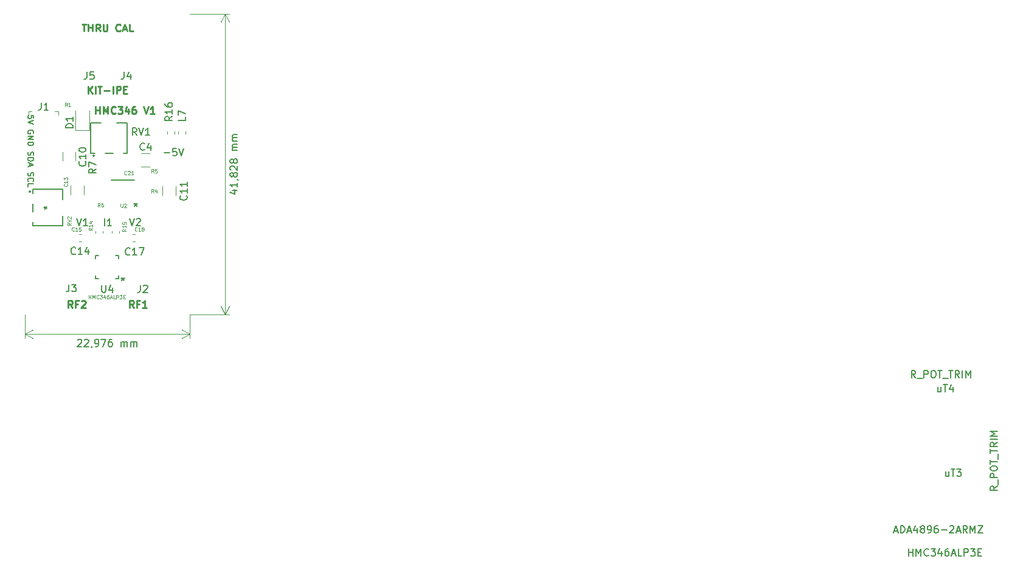
<source format=gbr>
%TF.GenerationSoftware,KiCad,Pcbnew,5.1.5-52549c5~84~ubuntu18.04.1*%
%TF.CreationDate,2020-02-07T12:32:54+01:00*%
%TF.ProjectId,HMC_RF_IPE,484d435f-5246-45f4-9950-452e6b696361,rev?*%
%TF.SameCoordinates,Original*%
%TF.FileFunction,Legend,Top*%
%TF.FilePolarity,Positive*%
%FSLAX46Y46*%
G04 Gerber Fmt 4.6, Leading zero omitted, Abs format (unit mm)*
G04 Created by KiCad (PCBNEW 5.1.5-52549c5~84~ubuntu18.04.1) date 2020-02-07 12:32:54*
%MOMM*%
%LPD*%
G04 APERTURE LIST*
%ADD10C,0.125000*%
%ADD11C,0.250000*%
%ADD12C,0.150000*%
%ADD13C,0.120000*%
%ADD14C,0.200000*%
%ADD15C,0.152400*%
%ADD16C,0.100000*%
G04 APERTURE END LIST*
D10*
X139819600Y-96509390D02*
X139819600Y-96009390D01*
X139819600Y-96247485D02*
X140105314Y-96247485D01*
X140105314Y-96509390D02*
X140105314Y-96009390D01*
X140343410Y-96509390D02*
X140343410Y-96009390D01*
X140510076Y-96366533D01*
X140676743Y-96009390D01*
X140676743Y-96509390D01*
X141200552Y-96461771D02*
X141176743Y-96485580D01*
X141105314Y-96509390D01*
X141057695Y-96509390D01*
X140986267Y-96485580D01*
X140938648Y-96437961D01*
X140914838Y-96390342D01*
X140891029Y-96295104D01*
X140891029Y-96223676D01*
X140914838Y-96128438D01*
X140938648Y-96080819D01*
X140986267Y-96033200D01*
X141057695Y-96009390D01*
X141105314Y-96009390D01*
X141176743Y-96033200D01*
X141200552Y-96057009D01*
X141367219Y-96009390D02*
X141676743Y-96009390D01*
X141510076Y-96199866D01*
X141581505Y-96199866D01*
X141629124Y-96223676D01*
X141652933Y-96247485D01*
X141676743Y-96295104D01*
X141676743Y-96414152D01*
X141652933Y-96461771D01*
X141629124Y-96485580D01*
X141581505Y-96509390D01*
X141438648Y-96509390D01*
X141391029Y-96485580D01*
X141367219Y-96461771D01*
X142105314Y-96176057D02*
X142105314Y-96509390D01*
X141986267Y-95985580D02*
X141867219Y-96342723D01*
X142176743Y-96342723D01*
X142581505Y-96009390D02*
X142486267Y-96009390D01*
X142438648Y-96033200D01*
X142414838Y-96057009D01*
X142367219Y-96128438D01*
X142343410Y-96223676D01*
X142343410Y-96414152D01*
X142367219Y-96461771D01*
X142391029Y-96485580D01*
X142438648Y-96509390D01*
X142533886Y-96509390D01*
X142581505Y-96485580D01*
X142605314Y-96461771D01*
X142629124Y-96414152D01*
X142629124Y-96295104D01*
X142605314Y-96247485D01*
X142581505Y-96223676D01*
X142533886Y-96199866D01*
X142438648Y-96199866D01*
X142391029Y-96223676D01*
X142367219Y-96247485D01*
X142343410Y-96295104D01*
X142819600Y-96366533D02*
X143057695Y-96366533D01*
X142771981Y-96509390D02*
X142938648Y-96009390D01*
X143105314Y-96509390D01*
X143510076Y-96509390D02*
X143271981Y-96509390D01*
X143271981Y-96009390D01*
X143676743Y-96509390D02*
X143676743Y-96009390D01*
X143867219Y-96009390D01*
X143914838Y-96033200D01*
X143938648Y-96057009D01*
X143962457Y-96104628D01*
X143962457Y-96176057D01*
X143938648Y-96223676D01*
X143914838Y-96247485D01*
X143867219Y-96271295D01*
X143676743Y-96271295D01*
X144129124Y-96009390D02*
X144438648Y-96009390D01*
X144271981Y-96199866D01*
X144343410Y-96199866D01*
X144391029Y-96223676D01*
X144414838Y-96247485D01*
X144438648Y-96295104D01*
X144438648Y-96414152D01*
X144414838Y-96461771D01*
X144391029Y-96485580D01*
X144343410Y-96509390D01*
X144200552Y-96509390D01*
X144152933Y-96485580D01*
X144129124Y-96461771D01*
X144652933Y-96247485D02*
X144819600Y-96247485D01*
X144891029Y-96509390D02*
X144652933Y-96509390D01*
X144652933Y-96009390D01*
X144891029Y-96009390D01*
D11*
X146068171Y-97755580D02*
X145734838Y-97279390D01*
X145496743Y-97755580D02*
X145496743Y-96755580D01*
X145877695Y-96755580D01*
X145972933Y-96803200D01*
X146020552Y-96850819D01*
X146068171Y-96946057D01*
X146068171Y-97088914D01*
X146020552Y-97184152D01*
X145972933Y-97231771D01*
X145877695Y-97279390D01*
X145496743Y-97279390D01*
X146830076Y-97231771D02*
X146496743Y-97231771D01*
X146496743Y-97755580D02*
X146496743Y-96755580D01*
X146972933Y-96755580D01*
X147877695Y-97755580D02*
X147306267Y-97755580D01*
X147591981Y-97755580D02*
X147591981Y-96755580D01*
X147496743Y-96898438D01*
X147401505Y-96993676D01*
X147306267Y-97041295D01*
X137558171Y-97775580D02*
X137224838Y-97299390D01*
X136986743Y-97775580D02*
X136986743Y-96775580D01*
X137367695Y-96775580D01*
X137462933Y-96823200D01*
X137510552Y-96870819D01*
X137558171Y-96966057D01*
X137558171Y-97108914D01*
X137510552Y-97204152D01*
X137462933Y-97251771D01*
X137367695Y-97299390D01*
X136986743Y-97299390D01*
X138320076Y-97251771D02*
X137986743Y-97251771D01*
X137986743Y-97775580D02*
X137986743Y-96775580D01*
X138462933Y-96775580D01*
X138796267Y-96870819D02*
X138843886Y-96823200D01*
X138939124Y-96775580D01*
X139177219Y-96775580D01*
X139272457Y-96823200D01*
X139320076Y-96870819D01*
X139367695Y-96966057D01*
X139367695Y-97061295D01*
X139320076Y-97204152D01*
X138748648Y-97775580D01*
X139367695Y-97775580D01*
D12*
X159839124Y-81443866D02*
X160505790Y-81443866D01*
X159458171Y-81681961D02*
X160172457Y-81920057D01*
X160172457Y-81301009D01*
X160505790Y-80396247D02*
X160505790Y-80967676D01*
X160505790Y-80681961D02*
X159505790Y-80681961D01*
X159648648Y-80777200D01*
X159743886Y-80872438D01*
X159791505Y-80967676D01*
X160458171Y-79920057D02*
X160505790Y-79920057D01*
X160601029Y-79967676D01*
X160648648Y-80015295D01*
X159934362Y-79348628D02*
X159886743Y-79443866D01*
X159839124Y-79491485D01*
X159743886Y-79539104D01*
X159696267Y-79539104D01*
X159601029Y-79491485D01*
X159553410Y-79443866D01*
X159505790Y-79348628D01*
X159505790Y-79158152D01*
X159553410Y-79062914D01*
X159601029Y-79015295D01*
X159696267Y-78967676D01*
X159743886Y-78967676D01*
X159839124Y-79015295D01*
X159886743Y-79062914D01*
X159934362Y-79158152D01*
X159934362Y-79348628D01*
X159981981Y-79443866D01*
X160029600Y-79491485D01*
X160124838Y-79539104D01*
X160315314Y-79539104D01*
X160410552Y-79491485D01*
X160458171Y-79443866D01*
X160505790Y-79348628D01*
X160505790Y-79158152D01*
X160458171Y-79062914D01*
X160410552Y-79015295D01*
X160315314Y-78967676D01*
X160124838Y-78967676D01*
X160029600Y-79015295D01*
X159981981Y-79062914D01*
X159934362Y-79158152D01*
X159601029Y-78586723D02*
X159553410Y-78539104D01*
X159505790Y-78443866D01*
X159505790Y-78205771D01*
X159553410Y-78110533D01*
X159601029Y-78062914D01*
X159696267Y-78015295D01*
X159791505Y-78015295D01*
X159934362Y-78062914D01*
X160505790Y-78634342D01*
X160505790Y-78015295D01*
X159934362Y-77443866D02*
X159886743Y-77539104D01*
X159839124Y-77586723D01*
X159743886Y-77634342D01*
X159696267Y-77634342D01*
X159601029Y-77586723D01*
X159553410Y-77539104D01*
X159505790Y-77443866D01*
X159505790Y-77253390D01*
X159553410Y-77158152D01*
X159601029Y-77110533D01*
X159696267Y-77062914D01*
X159743886Y-77062914D01*
X159839124Y-77110533D01*
X159886743Y-77158152D01*
X159934362Y-77253390D01*
X159934362Y-77443866D01*
X159981981Y-77539104D01*
X160029600Y-77586723D01*
X160124838Y-77634342D01*
X160315314Y-77634342D01*
X160410552Y-77586723D01*
X160458171Y-77539104D01*
X160505790Y-77443866D01*
X160505790Y-77253390D01*
X160458171Y-77158152D01*
X160410552Y-77110533D01*
X160315314Y-77062914D01*
X160124838Y-77062914D01*
X160029600Y-77110533D01*
X159981981Y-77158152D01*
X159934362Y-77253390D01*
X160505790Y-75872438D02*
X159839124Y-75872438D01*
X159934362Y-75872438D02*
X159886743Y-75824819D01*
X159839124Y-75729580D01*
X159839124Y-75586723D01*
X159886743Y-75491485D01*
X159981981Y-75443866D01*
X160505790Y-75443866D01*
X159981981Y-75443866D02*
X159886743Y-75396247D01*
X159839124Y-75301009D01*
X159839124Y-75158152D01*
X159886743Y-75062914D01*
X159981981Y-75015295D01*
X160505790Y-75015295D01*
X160505790Y-74539104D02*
X159839124Y-74539104D01*
X159934362Y-74539104D02*
X159886743Y-74491485D01*
X159839124Y-74396247D01*
X159839124Y-74253390D01*
X159886743Y-74158152D01*
X159981981Y-74110533D01*
X160505790Y-74110533D01*
X159981981Y-74110533D02*
X159886743Y-74062914D01*
X159839124Y-73967676D01*
X159839124Y-73824819D01*
X159886743Y-73729580D01*
X159981981Y-73681961D01*
X160505790Y-73681961D01*
D13*
X158783410Y-98691200D02*
X158783410Y-56863200D01*
X153891410Y-98691200D02*
X159369831Y-98691200D01*
X153891410Y-56863200D02*
X159369831Y-56863200D01*
X158783410Y-56863200D02*
X159369831Y-57989704D01*
X158783410Y-56863200D02*
X158196989Y-57989704D01*
X158783410Y-98691200D02*
X159369831Y-97564696D01*
X158783410Y-98691200D02*
X158196989Y-97564696D01*
D12*
X138262262Y-102268384D02*
X138309858Y-102220742D01*
X138405074Y-102173078D01*
X138643169Y-102172964D01*
X138738430Y-102220537D01*
X138786072Y-102268133D01*
X138833736Y-102363349D01*
X138833782Y-102458587D01*
X138786231Y-102601467D01*
X138215076Y-103173169D01*
X138834124Y-103172872D01*
X139214643Y-102267928D02*
X139262239Y-102220286D01*
X139357455Y-102172622D01*
X139595550Y-102172508D01*
X139690811Y-102220081D01*
X139738453Y-102267677D01*
X139786117Y-102362893D01*
X139786163Y-102458131D01*
X139738612Y-102601011D01*
X139167457Y-103172713D01*
X139786505Y-103172416D01*
X140262672Y-103124569D02*
X140262695Y-103172188D01*
X140215122Y-103267449D01*
X140167525Y-103315091D01*
X140738886Y-103171960D02*
X140929362Y-103171869D01*
X141024577Y-103124205D01*
X141072173Y-103076563D01*
X141167343Y-102933660D01*
X141214871Y-102743161D01*
X141214688Y-102362209D01*
X141167024Y-102266993D01*
X141119382Y-102219397D01*
X141024121Y-102171824D01*
X140833645Y-102171915D01*
X140738430Y-102219579D01*
X140690833Y-102267221D01*
X140643260Y-102362482D01*
X140643374Y-102600577D01*
X140691039Y-102695793D01*
X140738680Y-102743389D01*
X140833941Y-102790962D01*
X141024417Y-102790871D01*
X141119633Y-102743207D01*
X141167229Y-102695565D01*
X141214802Y-102600304D01*
X141547931Y-102171573D02*
X142214597Y-102171254D01*
X141786505Y-103171459D01*
X143024121Y-102170866D02*
X142833645Y-102170957D01*
X142738429Y-102218622D01*
X142690833Y-102266264D01*
X142595663Y-102409167D01*
X142548136Y-102599666D01*
X142548318Y-102980618D01*
X142595983Y-103075833D01*
X142643624Y-103123429D01*
X142738885Y-103171003D01*
X142929362Y-103170912D01*
X143024577Y-103123247D01*
X143072173Y-103075605D01*
X143119747Y-102980344D01*
X143119633Y-102742249D01*
X143071968Y-102647034D01*
X143024326Y-102599438D01*
X142929065Y-102551864D01*
X142738589Y-102551955D01*
X142643374Y-102599620D01*
X142595777Y-102647262D01*
X142548204Y-102742523D01*
X144310314Y-103170250D02*
X144309995Y-102503584D01*
X144310040Y-102598822D02*
X144357636Y-102551180D01*
X144452852Y-102503515D01*
X144595709Y-102503447D01*
X144690970Y-102551021D01*
X144738634Y-102646236D01*
X144738885Y-103170045D01*
X144738634Y-102646236D02*
X144786208Y-102550975D01*
X144881423Y-102503310D01*
X145024280Y-102503242D01*
X145119541Y-102550815D01*
X145167206Y-102646031D01*
X145167457Y-103169840D01*
X145643647Y-103169612D02*
X145643328Y-102502946D01*
X145643373Y-102598184D02*
X145690970Y-102550542D01*
X145786185Y-102502877D01*
X145929042Y-102502809D01*
X146024303Y-102550382D01*
X146071968Y-102645597D01*
X146072218Y-103169407D01*
X146071968Y-102645597D02*
X146119541Y-102550337D01*
X146214756Y-102502672D01*
X146357613Y-102502604D01*
X146452874Y-102550177D01*
X146500539Y-102645392D01*
X146500790Y-103169202D01*
D13*
X130916728Y-101454282D02*
X153892728Y-101443282D01*
X130915410Y-98702200D02*
X130917008Y-102040702D01*
X153891410Y-98691200D02*
X153893008Y-102029702D01*
X153892728Y-101443282D02*
X152766505Y-102030242D01*
X153892728Y-101443282D02*
X152765944Y-100857401D01*
X130916728Y-101454282D02*
X132043512Y-102040163D01*
X130916728Y-101454282D02*
X132042951Y-100867322D01*
D14*
X132151505Y-71404152D02*
X132151505Y-71023200D01*
X131770552Y-70985104D01*
X131808648Y-71023200D01*
X131846743Y-71099390D01*
X131846743Y-71289866D01*
X131808648Y-71366057D01*
X131770552Y-71404152D01*
X131694362Y-71442247D01*
X131503886Y-71442247D01*
X131427695Y-71404152D01*
X131389600Y-71366057D01*
X131351505Y-71289866D01*
X131351505Y-71099390D01*
X131389600Y-71023200D01*
X131427695Y-70985104D01*
X132151505Y-71670819D02*
X131351505Y-71937485D01*
X132151505Y-72204152D01*
X132113410Y-73499390D02*
X132151505Y-73423200D01*
X132151505Y-73308914D01*
X132113410Y-73194628D01*
X132037219Y-73118438D01*
X131961029Y-73080342D01*
X131808648Y-73042247D01*
X131694362Y-73042247D01*
X131541981Y-73080342D01*
X131465790Y-73118438D01*
X131389600Y-73194628D01*
X131351505Y-73308914D01*
X131351505Y-73385104D01*
X131389600Y-73499390D01*
X131427695Y-73537485D01*
X131694362Y-73537485D01*
X131694362Y-73385104D01*
X131351505Y-73880342D02*
X132151505Y-73880342D01*
X131351505Y-74337485D01*
X132151505Y-74337485D01*
X131351505Y-74718438D02*
X132151505Y-74718438D01*
X132151505Y-74908914D01*
X132113410Y-75023200D01*
X132037219Y-75099390D01*
X131961029Y-75137485D01*
X131808648Y-75175580D01*
X131694362Y-75175580D01*
X131541981Y-75137485D01*
X131465790Y-75099390D01*
X131389600Y-75023200D01*
X131351505Y-74908914D01*
X131351505Y-74718438D01*
X131389600Y-76089866D02*
X131351505Y-76204152D01*
X131351505Y-76394628D01*
X131389600Y-76470819D01*
X131427695Y-76508914D01*
X131503886Y-76547009D01*
X131580076Y-76547009D01*
X131656267Y-76508914D01*
X131694362Y-76470819D01*
X131732457Y-76394628D01*
X131770552Y-76242247D01*
X131808648Y-76166057D01*
X131846743Y-76127961D01*
X131922933Y-76089866D01*
X131999124Y-76089866D01*
X132075314Y-76127961D01*
X132113410Y-76166057D01*
X132151505Y-76242247D01*
X132151505Y-76432723D01*
X132113410Y-76547009D01*
X131351505Y-76889866D02*
X132151505Y-76889866D01*
X132151505Y-77080342D01*
X132113410Y-77194628D01*
X132037219Y-77270819D01*
X131961029Y-77308914D01*
X131808648Y-77347009D01*
X131694362Y-77347009D01*
X131541981Y-77308914D01*
X131465790Y-77270819D01*
X131389600Y-77194628D01*
X131351505Y-77080342D01*
X131351505Y-76889866D01*
X131580076Y-77651771D02*
X131580076Y-78032723D01*
X131351505Y-77575580D02*
X132151505Y-77842247D01*
X131351505Y-78108914D01*
X131389600Y-78947009D02*
X131351505Y-79061295D01*
X131351505Y-79251771D01*
X131389600Y-79327961D01*
X131427695Y-79366057D01*
X131503886Y-79404152D01*
X131580076Y-79404152D01*
X131656267Y-79366057D01*
X131694362Y-79327961D01*
X131732457Y-79251771D01*
X131770552Y-79099390D01*
X131808648Y-79023200D01*
X131846743Y-78985104D01*
X131922933Y-78947009D01*
X131999124Y-78947009D01*
X132075314Y-78985104D01*
X132113410Y-79023200D01*
X132151505Y-79099390D01*
X132151505Y-79289866D01*
X132113410Y-79404152D01*
X131427695Y-80204152D02*
X131389600Y-80166057D01*
X131351505Y-80051771D01*
X131351505Y-79975580D01*
X131389600Y-79861295D01*
X131465790Y-79785104D01*
X131541981Y-79747009D01*
X131694362Y-79708914D01*
X131808648Y-79708914D01*
X131961029Y-79747009D01*
X132037219Y-79785104D01*
X132113410Y-79861295D01*
X132151505Y-79975580D01*
X132151505Y-80051771D01*
X132113410Y-80166057D01*
X132075314Y-80204152D01*
X131351505Y-80927961D02*
X131351505Y-80547009D01*
X132151505Y-80547009D01*
D11*
X138875790Y-58295580D02*
X139447219Y-58295580D01*
X139161505Y-59295580D02*
X139161505Y-58295580D01*
X139780552Y-59295580D02*
X139780552Y-58295580D01*
X139780552Y-58771771D02*
X140351981Y-58771771D01*
X140351981Y-59295580D02*
X140351981Y-58295580D01*
X141399600Y-59295580D02*
X141066267Y-58819390D01*
X140828171Y-59295580D02*
X140828171Y-58295580D01*
X141209124Y-58295580D01*
X141304362Y-58343200D01*
X141351981Y-58390819D01*
X141399600Y-58486057D01*
X141399600Y-58628914D01*
X141351981Y-58724152D01*
X141304362Y-58771771D01*
X141209124Y-58819390D01*
X140828171Y-58819390D01*
X141828171Y-58295580D02*
X141828171Y-59105104D01*
X141875790Y-59200342D01*
X141923410Y-59247961D01*
X142018648Y-59295580D01*
X142209124Y-59295580D01*
X142304362Y-59247961D01*
X142351981Y-59200342D01*
X142399600Y-59105104D01*
X142399600Y-58295580D01*
X144209124Y-59200342D02*
X144161505Y-59247961D01*
X144018648Y-59295580D01*
X143923410Y-59295580D01*
X143780552Y-59247961D01*
X143685314Y-59152723D01*
X143637695Y-59057485D01*
X143590076Y-58867009D01*
X143590076Y-58724152D01*
X143637695Y-58533676D01*
X143685314Y-58438438D01*
X143780552Y-58343200D01*
X143923410Y-58295580D01*
X144018648Y-58295580D01*
X144161505Y-58343200D01*
X144209124Y-58390819D01*
X144590076Y-59009866D02*
X145066267Y-59009866D01*
X144494838Y-59295580D02*
X144828171Y-58295580D01*
X145161505Y-59295580D01*
X145971029Y-59295580D02*
X145494838Y-59295580D01*
X145494838Y-58295580D01*
X139732933Y-67945580D02*
X139732933Y-66945580D01*
X140304362Y-67945580D02*
X139875790Y-67374152D01*
X140304362Y-66945580D02*
X139732933Y-67517009D01*
X140732933Y-67945580D02*
X140732933Y-66945580D01*
X141066267Y-66945580D02*
X141637695Y-66945580D01*
X141351981Y-67945580D02*
X141351981Y-66945580D01*
X141971029Y-67564628D02*
X142732933Y-67564628D01*
X143209124Y-67945580D02*
X143209124Y-66945580D01*
X143685314Y-67945580D02*
X143685314Y-66945580D01*
X144066267Y-66945580D01*
X144161505Y-66993200D01*
X144209124Y-67040819D01*
X144256743Y-67136057D01*
X144256743Y-67278914D01*
X144209124Y-67374152D01*
X144161505Y-67421771D01*
X144066267Y-67469390D01*
X143685314Y-67469390D01*
X144685314Y-67421771D02*
X145018648Y-67421771D01*
X145161505Y-67945580D02*
X144685314Y-67945580D01*
X144685314Y-66945580D01*
X145161505Y-66945580D01*
X140776981Y-70775580D02*
X140776981Y-69775580D01*
X140776981Y-70251771D02*
X141348410Y-70251771D01*
X141348410Y-70775580D02*
X141348410Y-69775580D01*
X141824600Y-70775580D02*
X141824600Y-69775580D01*
X142157933Y-70489866D01*
X142491267Y-69775580D01*
X142491267Y-70775580D01*
X143538886Y-70680342D02*
X143491267Y-70727961D01*
X143348410Y-70775580D01*
X143253171Y-70775580D01*
X143110314Y-70727961D01*
X143015076Y-70632723D01*
X142967457Y-70537485D01*
X142919838Y-70347009D01*
X142919838Y-70204152D01*
X142967457Y-70013676D01*
X143015076Y-69918438D01*
X143110314Y-69823200D01*
X143253171Y-69775580D01*
X143348410Y-69775580D01*
X143491267Y-69823200D01*
X143538886Y-69870819D01*
X143872219Y-69775580D02*
X144491267Y-69775580D01*
X144157933Y-70156533D01*
X144300790Y-70156533D01*
X144396029Y-70204152D01*
X144443648Y-70251771D01*
X144491267Y-70347009D01*
X144491267Y-70585104D01*
X144443648Y-70680342D01*
X144396029Y-70727961D01*
X144300790Y-70775580D01*
X144015076Y-70775580D01*
X143919838Y-70727961D01*
X143872219Y-70680342D01*
X145348410Y-70108914D02*
X145348410Y-70775580D01*
X145110314Y-69727961D02*
X144872219Y-70442247D01*
X145491267Y-70442247D01*
X146300790Y-69775580D02*
X146110314Y-69775580D01*
X146015076Y-69823200D01*
X145967457Y-69870819D01*
X145872219Y-70013676D01*
X145824600Y-70204152D01*
X145824600Y-70585104D01*
X145872219Y-70680342D01*
X145919838Y-70727961D01*
X146015076Y-70775580D01*
X146205552Y-70775580D01*
X146300790Y-70727961D01*
X146348410Y-70680342D01*
X146396029Y-70585104D01*
X146396029Y-70347009D01*
X146348410Y-70251771D01*
X146300790Y-70204152D01*
X146205552Y-70156533D01*
X146015076Y-70156533D01*
X145919838Y-70204152D01*
X145872219Y-70251771D01*
X145824600Y-70347009D01*
X147443648Y-69775580D02*
X147776981Y-70775580D01*
X148110314Y-69775580D01*
X148967457Y-70775580D02*
X148396029Y-70775580D01*
X148681743Y-70775580D02*
X148681743Y-69775580D01*
X148586505Y-69918438D01*
X148491267Y-70013676D01*
X148396029Y-70061295D01*
D13*
%TO.C,R14*%
X140783410Y-87070421D02*
X140783410Y-87395979D01*
X141803410Y-87070421D02*
X141803410Y-87395979D01*
%TO.C,R15*%
X143013410Y-87080421D02*
X143013410Y-87405979D01*
X144033410Y-87080421D02*
X144033410Y-87405979D01*
D15*
%TO.C,U4*%
X143590151Y-93750200D02*
X144014410Y-93750200D01*
X140760410Y-93325941D02*
X140760410Y-93750200D01*
X141184669Y-90496200D02*
X140760410Y-90496200D01*
X144014410Y-90920459D02*
X144014410Y-90496200D01*
X144014410Y-93750200D02*
X144014410Y-93325941D01*
X140760410Y-93750200D02*
X141184669Y-93750200D01*
X140760410Y-90496200D02*
X140760410Y-90920459D01*
X144014410Y-90496200D02*
X143590151Y-90496200D01*
%TO.C,RV1*%
X140608410Y-76631200D02*
G75*
G03X140608410Y-76631200I-127000J0D01*
G01*
X144637850Y-76256700D02*
X145181410Y-76256700D01*
X141521270Y-72065700D02*
X140101410Y-72065700D01*
X142097850Y-76256700D02*
X143184970Y-76256700D01*
X140101410Y-76256700D02*
X140644970Y-76256700D01*
X145181410Y-72065700D02*
X143761550Y-72065700D01*
X145181410Y-72065700D02*
X145181410Y-76256700D01*
X140101410Y-72065700D02*
X140101410Y-76256700D01*
%TO.C,RV2*%
X131745410Y-81601200D02*
G75*
G03X131745410Y-81601200I-127000J0D01*
G01*
X132002910Y-85844640D02*
X132002910Y-86388200D01*
X136193910Y-82728060D02*
X136193910Y-81308200D01*
X132002910Y-83304640D02*
X132002910Y-84391760D01*
X132002910Y-81308200D02*
X132002910Y-81851760D01*
X136193910Y-86388200D02*
X136193910Y-84968340D01*
X136193910Y-86388200D02*
X132002910Y-86388200D01*
X136193910Y-81308200D02*
X132002910Y-81308200D01*
D13*
%TO.C,R16*%
X151733410Y-73585979D02*
X151733410Y-73260421D01*
X150713410Y-73585979D02*
X150713410Y-73260421D01*
D15*
%TO.C,U2*%
X146193610Y-79993000D02*
X142993210Y-79993000D01*
D13*
%TO.C,C10*%
X136143410Y-76099136D02*
X136143410Y-77303264D01*
X137963410Y-76099136D02*
X137963410Y-77303264D01*
%TO.C,L7*%
X152283410Y-73260421D02*
X152283410Y-73585979D01*
X153303410Y-73260421D02*
X153303410Y-73585979D01*
%TO.C,C18*%
X145940631Y-88553200D02*
X146266189Y-88553200D01*
X145940631Y-87533200D02*
X146266189Y-87533200D01*
%TO.C,C15*%
X138788689Y-87523200D02*
X138463131Y-87523200D01*
X138788689Y-88543200D02*
X138463131Y-88543200D01*
D16*
%TO.C,J1*%
X135623410Y-70423200D02*
X135123410Y-70423200D01*
X135623410Y-70423200D02*
X135623410Y-70923200D01*
X131403410Y-70433200D02*
X131903410Y-70433200D01*
X131403410Y-70433200D02*
X131403410Y-70933200D01*
D13*
%TO.C,D1*%
X139883410Y-73033200D02*
X139883410Y-70348200D01*
X137963410Y-73033200D02*
X139883410Y-73033200D01*
X137963410Y-70348200D02*
X137963410Y-73033200D01*
%TO.C,C13*%
X139133410Y-82005264D02*
X139133410Y-80801136D01*
X137313410Y-82005264D02*
X137313410Y-80801136D01*
%TO.C,C11*%
X151893410Y-82085264D02*
X151893410Y-80881136D01*
X150073410Y-82085264D02*
X150073410Y-80881136D01*
%TO.C,C4*%
X148323474Y-76288200D02*
X147119346Y-76288200D01*
X148323474Y-78108200D02*
X147119346Y-78108200D01*
%TO.C,*%
D12*
%TO.C,R14*%
D10*
X140309600Y-86694628D02*
X140071505Y-86861295D01*
X140309600Y-86980342D02*
X139809600Y-86980342D01*
X139809600Y-86789866D01*
X139833410Y-86742247D01*
X139857219Y-86718438D01*
X139904838Y-86694628D01*
X139976267Y-86694628D01*
X140023886Y-86718438D01*
X140047695Y-86742247D01*
X140071505Y-86789866D01*
X140071505Y-86980342D01*
X140309600Y-86218438D02*
X140309600Y-86504152D01*
X140309600Y-86361295D02*
X139809600Y-86361295D01*
X139881029Y-86408914D01*
X139928648Y-86456533D01*
X139952457Y-86504152D01*
X139976267Y-85789866D02*
X140309600Y-85789866D01*
X139785790Y-85908914D02*
X140142933Y-86027961D01*
X140142933Y-85718438D01*
%TO.C,R15*%
X145019600Y-86804628D02*
X144781505Y-86971295D01*
X145019600Y-87090342D02*
X144519600Y-87090342D01*
X144519600Y-86899866D01*
X144543410Y-86852247D01*
X144567219Y-86828438D01*
X144614838Y-86804628D01*
X144686267Y-86804628D01*
X144733886Y-86828438D01*
X144757695Y-86852247D01*
X144781505Y-86899866D01*
X144781505Y-87090342D01*
X145019600Y-86328438D02*
X145019600Y-86614152D01*
X145019600Y-86471295D02*
X144519600Y-86471295D01*
X144591029Y-86518914D01*
X144638648Y-86566533D01*
X144662457Y-86614152D01*
X144519600Y-85876057D02*
X144519600Y-86114152D01*
X144757695Y-86137961D01*
X144733886Y-86114152D01*
X144710076Y-86066533D01*
X144710076Y-85947485D01*
X144733886Y-85899866D01*
X144757695Y-85876057D01*
X144805314Y-85852247D01*
X144924362Y-85852247D01*
X144971981Y-85876057D01*
X144995790Y-85899866D01*
X145019600Y-85947485D01*
X145019600Y-86066533D01*
X144995790Y-86114152D01*
X144971981Y-86137961D01*
%TO.C,U4*%
D12*
X141625505Y-94623580D02*
X141625505Y-95433104D01*
X141673124Y-95528342D01*
X141720743Y-95575961D01*
X141815981Y-95623580D01*
X142006457Y-95623580D01*
X142101695Y-95575961D01*
X142149314Y-95528342D01*
X142196933Y-95433104D01*
X142196933Y-94623580D01*
X143101695Y-94956914D02*
X143101695Y-95623580D01*
X142863600Y-94575961D02*
X142625505Y-95290247D01*
X143244552Y-95290247D01*
X253955790Y-132305580D02*
X253955790Y-131305580D01*
X253955790Y-131781771D02*
X254527219Y-131781771D01*
X254527219Y-132305580D02*
X254527219Y-131305580D01*
X255003410Y-132305580D02*
X255003410Y-131305580D01*
X255336743Y-132019866D01*
X255670076Y-131305580D01*
X255670076Y-132305580D01*
X256717695Y-132210342D02*
X256670076Y-132257961D01*
X256527219Y-132305580D01*
X256431981Y-132305580D01*
X256289124Y-132257961D01*
X256193886Y-132162723D01*
X256146267Y-132067485D01*
X256098648Y-131877009D01*
X256098648Y-131734152D01*
X256146267Y-131543676D01*
X256193886Y-131448438D01*
X256289124Y-131353200D01*
X256431981Y-131305580D01*
X256527219Y-131305580D01*
X256670076Y-131353200D01*
X256717695Y-131400819D01*
X257051029Y-131305580D02*
X257670076Y-131305580D01*
X257336743Y-131686533D01*
X257479600Y-131686533D01*
X257574838Y-131734152D01*
X257622457Y-131781771D01*
X257670076Y-131877009D01*
X257670076Y-132115104D01*
X257622457Y-132210342D01*
X257574838Y-132257961D01*
X257479600Y-132305580D01*
X257193886Y-132305580D01*
X257098648Y-132257961D01*
X257051029Y-132210342D01*
X258527219Y-131638914D02*
X258527219Y-132305580D01*
X258289124Y-131257961D02*
X258051029Y-131972247D01*
X258670076Y-131972247D01*
X259479600Y-131305580D02*
X259289124Y-131305580D01*
X259193886Y-131353200D01*
X259146267Y-131400819D01*
X259051029Y-131543676D01*
X259003410Y-131734152D01*
X259003410Y-132115104D01*
X259051029Y-132210342D01*
X259098648Y-132257961D01*
X259193886Y-132305580D01*
X259384362Y-132305580D01*
X259479600Y-132257961D01*
X259527219Y-132210342D01*
X259574838Y-132115104D01*
X259574838Y-131877009D01*
X259527219Y-131781771D01*
X259479600Y-131734152D01*
X259384362Y-131686533D01*
X259193886Y-131686533D01*
X259098648Y-131734152D01*
X259051029Y-131781771D01*
X259003410Y-131877009D01*
X259955790Y-132019866D02*
X260431981Y-132019866D01*
X259860552Y-132305580D02*
X260193886Y-131305580D01*
X260527219Y-132305580D01*
X261336743Y-132305580D02*
X260860552Y-132305580D01*
X260860552Y-131305580D01*
X261670076Y-132305580D02*
X261670076Y-131305580D01*
X262051029Y-131305580D01*
X262146267Y-131353200D01*
X262193886Y-131400819D01*
X262241505Y-131496057D01*
X262241505Y-131638914D01*
X262193886Y-131734152D01*
X262146267Y-131781771D01*
X262051029Y-131829390D01*
X261670076Y-131829390D01*
X262574838Y-131305580D02*
X263193886Y-131305580D01*
X262860552Y-131686533D01*
X263003410Y-131686533D01*
X263098648Y-131734152D01*
X263146267Y-131781771D01*
X263193886Y-131877009D01*
X263193886Y-132115104D01*
X263146267Y-132210342D01*
X263098648Y-132257961D01*
X263003410Y-132305580D01*
X262717695Y-132305580D01*
X262622457Y-132257961D01*
X262574838Y-132210342D01*
X263622457Y-131781771D02*
X263955790Y-131781771D01*
X264098648Y-132305580D02*
X263622457Y-132305580D01*
X263622457Y-131305580D01*
X264098648Y-131305580D01*
X144573410Y-93525580D02*
X144573410Y-93763676D01*
X144335314Y-93668438D02*
X144573410Y-93763676D01*
X144811505Y-93668438D01*
X144430552Y-93954152D02*
X144573410Y-93763676D01*
X144716267Y-93954152D01*
X144573410Y-93525580D02*
X144573410Y-93763676D01*
X144335314Y-93668438D02*
X144573410Y-93763676D01*
X144811505Y-93668438D01*
X144430552Y-93954152D02*
X144573410Y-93763676D01*
X144716267Y-93954152D01*
%TO.C,RV1*%
D14*
X146488171Y-73755580D02*
X146154838Y-73279390D01*
X145916743Y-73755580D02*
X145916743Y-72755580D01*
X146297695Y-72755580D01*
X146392933Y-72803200D01*
X146440552Y-72850819D01*
X146488171Y-72946057D01*
X146488171Y-73088914D01*
X146440552Y-73184152D01*
X146392933Y-73231771D01*
X146297695Y-73279390D01*
X145916743Y-73279390D01*
X146773886Y-72755580D02*
X147107219Y-73755580D01*
X147440552Y-72755580D01*
X148297695Y-73755580D02*
X147726267Y-73755580D01*
X148011981Y-73755580D02*
X148011981Y-72755580D01*
X147916743Y-72898438D01*
X147821505Y-72993676D01*
X147726267Y-73041295D01*
D12*
X254915790Y-107495580D02*
X254582457Y-107019390D01*
X254344362Y-107495580D02*
X254344362Y-106495580D01*
X254725314Y-106495580D01*
X254820552Y-106543200D01*
X254868171Y-106590819D01*
X254915790Y-106686057D01*
X254915790Y-106828914D01*
X254868171Y-106924152D01*
X254820552Y-106971771D01*
X254725314Y-107019390D01*
X254344362Y-107019390D01*
X255106267Y-107590819D02*
X255868171Y-107590819D01*
X256106267Y-107495580D02*
X256106267Y-106495580D01*
X256487219Y-106495580D01*
X256582457Y-106543200D01*
X256630076Y-106590819D01*
X256677695Y-106686057D01*
X256677695Y-106828914D01*
X256630076Y-106924152D01*
X256582457Y-106971771D01*
X256487219Y-107019390D01*
X256106267Y-107019390D01*
X257296743Y-106495580D02*
X257487219Y-106495580D01*
X257582457Y-106543200D01*
X257677695Y-106638438D01*
X257725314Y-106828914D01*
X257725314Y-107162247D01*
X257677695Y-107352723D01*
X257582457Y-107447961D01*
X257487219Y-107495580D01*
X257296743Y-107495580D01*
X257201505Y-107447961D01*
X257106267Y-107352723D01*
X257058648Y-107162247D01*
X257058648Y-106828914D01*
X257106267Y-106638438D01*
X257201505Y-106543200D01*
X257296743Y-106495580D01*
X258011029Y-106495580D02*
X258582457Y-106495580D01*
X258296743Y-107495580D02*
X258296743Y-106495580D01*
X258677695Y-107590819D02*
X259439600Y-107590819D01*
X259534838Y-106495580D02*
X260106267Y-106495580D01*
X259820552Y-107495580D02*
X259820552Y-106495580D01*
X261011029Y-107495580D02*
X260677695Y-107019390D01*
X260439600Y-107495580D02*
X260439600Y-106495580D01*
X260820552Y-106495580D01*
X260915790Y-106543200D01*
X260963410Y-106590819D01*
X261011029Y-106686057D01*
X261011029Y-106828914D01*
X260963410Y-106924152D01*
X260915790Y-106971771D01*
X260820552Y-107019390D01*
X260439600Y-107019390D01*
X261439600Y-107495580D02*
X261439600Y-106495580D01*
X261915790Y-107495580D02*
X261915790Y-106495580D01*
X262249124Y-107209866D01*
X262582457Y-106495580D01*
X262582457Y-107495580D01*
%TO.C,RV2*%
D10*
X137349600Y-85980819D02*
X137111505Y-86147485D01*
X137349600Y-86266533D02*
X136849600Y-86266533D01*
X136849600Y-86076057D01*
X136873410Y-86028438D01*
X136897219Y-86004628D01*
X136944838Y-85980819D01*
X137016267Y-85980819D01*
X137063886Y-86004628D01*
X137087695Y-86028438D01*
X137111505Y-86076057D01*
X137111505Y-86266533D01*
X136849600Y-85837961D02*
X137349600Y-85671295D01*
X136849600Y-85504628D01*
X136897219Y-85361771D02*
X136873410Y-85337961D01*
X136849600Y-85290342D01*
X136849600Y-85171295D01*
X136873410Y-85123676D01*
X136897219Y-85099866D01*
X136944838Y-85076057D01*
X136992457Y-85076057D01*
X137063886Y-85099866D01*
X137349600Y-85385580D01*
X137349600Y-85076057D01*
D12*
X266305790Y-122610819D02*
X265829600Y-122944152D01*
X266305790Y-123182247D02*
X265305790Y-123182247D01*
X265305790Y-122801295D01*
X265353410Y-122706057D01*
X265401029Y-122658438D01*
X265496267Y-122610819D01*
X265639124Y-122610819D01*
X265734362Y-122658438D01*
X265781981Y-122706057D01*
X265829600Y-122801295D01*
X265829600Y-123182247D01*
X266401029Y-122420342D02*
X266401029Y-121658438D01*
X266305790Y-121420342D02*
X265305790Y-121420342D01*
X265305790Y-121039390D01*
X265353410Y-120944152D01*
X265401029Y-120896533D01*
X265496267Y-120848914D01*
X265639124Y-120848914D01*
X265734362Y-120896533D01*
X265781981Y-120944152D01*
X265829600Y-121039390D01*
X265829600Y-121420342D01*
X265305790Y-120229866D02*
X265305790Y-120039390D01*
X265353410Y-119944152D01*
X265448648Y-119848914D01*
X265639124Y-119801295D01*
X265972457Y-119801295D01*
X266162933Y-119848914D01*
X266258171Y-119944152D01*
X266305790Y-120039390D01*
X266305790Y-120229866D01*
X266258171Y-120325104D01*
X266162933Y-120420342D01*
X265972457Y-120467961D01*
X265639124Y-120467961D01*
X265448648Y-120420342D01*
X265353410Y-120325104D01*
X265305790Y-120229866D01*
X265305790Y-119515580D02*
X265305790Y-118944152D01*
X266305790Y-119229866D02*
X265305790Y-119229866D01*
X266401029Y-118848914D02*
X266401029Y-118087009D01*
X265305790Y-117991771D02*
X265305790Y-117420342D01*
X266305790Y-117706057D02*
X265305790Y-117706057D01*
X266305790Y-116515580D02*
X265829600Y-116848914D01*
X266305790Y-117087009D02*
X265305790Y-117087009D01*
X265305790Y-116706057D01*
X265353410Y-116610819D01*
X265401029Y-116563200D01*
X265496267Y-116515580D01*
X265639124Y-116515580D01*
X265734362Y-116563200D01*
X265781981Y-116610819D01*
X265829600Y-116706057D01*
X265829600Y-117087009D01*
X266305790Y-116087009D02*
X265305790Y-116087009D01*
X266305790Y-115610819D02*
X265305790Y-115610819D01*
X266020076Y-115277485D01*
X265305790Y-114944152D01*
X266305790Y-114944152D01*
X133550790Y-83848200D02*
X133788886Y-83848200D01*
X133693648Y-84086295D02*
X133788886Y-83848200D01*
X133693648Y-83610104D01*
X133979362Y-83991057D02*
X133788886Y-83848200D01*
X133979362Y-83705342D01*
%TO.C,uT4*%
X258430552Y-108808914D02*
X258430552Y-109475580D01*
X258001981Y-108808914D02*
X258001981Y-109332723D01*
X258049600Y-109427961D01*
X258144838Y-109475580D01*
X258287695Y-109475580D01*
X258382933Y-109427961D01*
X258430552Y-109380342D01*
X258763886Y-108475580D02*
X259335314Y-108475580D01*
X259049600Y-109475580D02*
X259049600Y-108475580D01*
X260097219Y-108808914D02*
X260097219Y-109475580D01*
X259859124Y-108427961D02*
X259621029Y-109142247D01*
X260240076Y-109142247D01*
%TO.C,uT3*%
X259510552Y-120568914D02*
X259510552Y-121235580D01*
X259081981Y-120568914D02*
X259081981Y-121092723D01*
X259129600Y-121187961D01*
X259224838Y-121235580D01*
X259367695Y-121235580D01*
X259462933Y-121187961D01*
X259510552Y-121140342D01*
X259843886Y-120235580D02*
X260415314Y-120235580D01*
X260129600Y-121235580D02*
X260129600Y-120235580D01*
X260653410Y-120235580D02*
X261272457Y-120235580D01*
X260939124Y-120616533D01*
X261081981Y-120616533D01*
X261177219Y-120664152D01*
X261224838Y-120711771D01*
X261272457Y-120807009D01*
X261272457Y-121045104D01*
X261224838Y-121140342D01*
X261177219Y-121187961D01*
X261081981Y-121235580D01*
X260796267Y-121235580D01*
X260701029Y-121187961D01*
X260653410Y-121140342D01*
%TO.C,R16*%
X151450790Y-71141057D02*
X150974600Y-71474390D01*
X151450790Y-71712485D02*
X150450790Y-71712485D01*
X150450790Y-71331533D01*
X150498410Y-71236295D01*
X150546029Y-71188676D01*
X150641267Y-71141057D01*
X150784124Y-71141057D01*
X150879362Y-71188676D01*
X150926981Y-71236295D01*
X150974600Y-71331533D01*
X150974600Y-71712485D01*
X151450790Y-70188676D02*
X151450790Y-70760104D01*
X151450790Y-70474390D02*
X150450790Y-70474390D01*
X150593648Y-70569628D01*
X150688886Y-70664866D01*
X150736505Y-70760104D01*
X150450790Y-69331533D02*
X150450790Y-69522009D01*
X150498410Y-69617247D01*
X150546029Y-69664866D01*
X150688886Y-69760104D01*
X150879362Y-69807723D01*
X151260314Y-69807723D01*
X151355552Y-69760104D01*
X151403171Y-69712485D01*
X151450790Y-69617247D01*
X151450790Y-69426771D01*
X151403171Y-69331533D01*
X151355552Y-69283914D01*
X151260314Y-69236295D01*
X151022219Y-69236295D01*
X150926981Y-69283914D01*
X150879362Y-69331533D01*
X150831743Y-69426771D01*
X150831743Y-69617247D01*
X150879362Y-69712485D01*
X150926981Y-69760104D01*
X151022219Y-69807723D01*
%TO.C,U2*%
D10*
X144267457Y-83274390D02*
X144267457Y-83679152D01*
X144291267Y-83726771D01*
X144315076Y-83750580D01*
X144362695Y-83774390D01*
X144457933Y-83774390D01*
X144505552Y-83750580D01*
X144529362Y-83726771D01*
X144553171Y-83679152D01*
X144553171Y-83274390D01*
X144767457Y-83322009D02*
X144791267Y-83298200D01*
X144838886Y-83274390D01*
X144957933Y-83274390D01*
X145005552Y-83298200D01*
X145029362Y-83322009D01*
X145053171Y-83369628D01*
X145053171Y-83417247D01*
X145029362Y-83488676D01*
X144743648Y-83774390D01*
X145053171Y-83774390D01*
D12*
X251930552Y-128809866D02*
X252406743Y-128809866D01*
X251835314Y-129095580D02*
X252168648Y-128095580D01*
X252501981Y-129095580D01*
X252835314Y-129095580D02*
X252835314Y-128095580D01*
X253073410Y-128095580D01*
X253216267Y-128143200D01*
X253311505Y-128238438D01*
X253359124Y-128333676D01*
X253406743Y-128524152D01*
X253406743Y-128667009D01*
X253359124Y-128857485D01*
X253311505Y-128952723D01*
X253216267Y-129047961D01*
X253073410Y-129095580D01*
X252835314Y-129095580D01*
X253787695Y-128809866D02*
X254263886Y-128809866D01*
X253692457Y-129095580D02*
X254025790Y-128095580D01*
X254359124Y-129095580D01*
X255121029Y-128428914D02*
X255121029Y-129095580D01*
X254882933Y-128047961D02*
X254644838Y-128762247D01*
X255263886Y-128762247D01*
X255787695Y-128524152D02*
X255692457Y-128476533D01*
X255644838Y-128428914D01*
X255597219Y-128333676D01*
X255597219Y-128286057D01*
X255644838Y-128190819D01*
X255692457Y-128143200D01*
X255787695Y-128095580D01*
X255978171Y-128095580D01*
X256073410Y-128143200D01*
X256121029Y-128190819D01*
X256168648Y-128286057D01*
X256168648Y-128333676D01*
X256121029Y-128428914D01*
X256073410Y-128476533D01*
X255978171Y-128524152D01*
X255787695Y-128524152D01*
X255692457Y-128571771D01*
X255644838Y-128619390D01*
X255597219Y-128714628D01*
X255597219Y-128905104D01*
X255644838Y-129000342D01*
X255692457Y-129047961D01*
X255787695Y-129095580D01*
X255978171Y-129095580D01*
X256073410Y-129047961D01*
X256121029Y-129000342D01*
X256168648Y-128905104D01*
X256168648Y-128714628D01*
X256121029Y-128619390D01*
X256073410Y-128571771D01*
X255978171Y-128524152D01*
X256644838Y-129095580D02*
X256835314Y-129095580D01*
X256930552Y-129047961D01*
X256978171Y-129000342D01*
X257073410Y-128857485D01*
X257121029Y-128667009D01*
X257121029Y-128286057D01*
X257073410Y-128190819D01*
X257025790Y-128143200D01*
X256930552Y-128095580D01*
X256740076Y-128095580D01*
X256644838Y-128143200D01*
X256597219Y-128190819D01*
X256549600Y-128286057D01*
X256549600Y-128524152D01*
X256597219Y-128619390D01*
X256644838Y-128667009D01*
X256740076Y-128714628D01*
X256930552Y-128714628D01*
X257025790Y-128667009D01*
X257073410Y-128619390D01*
X257121029Y-128524152D01*
X257978171Y-128095580D02*
X257787695Y-128095580D01*
X257692457Y-128143200D01*
X257644838Y-128190819D01*
X257549600Y-128333676D01*
X257501981Y-128524152D01*
X257501981Y-128905104D01*
X257549600Y-129000342D01*
X257597219Y-129047961D01*
X257692457Y-129095580D01*
X257882933Y-129095580D01*
X257978171Y-129047961D01*
X258025790Y-129000342D01*
X258073410Y-128905104D01*
X258073410Y-128667009D01*
X258025790Y-128571771D01*
X257978171Y-128524152D01*
X257882933Y-128476533D01*
X257692457Y-128476533D01*
X257597219Y-128524152D01*
X257549600Y-128571771D01*
X257501981Y-128667009D01*
X258501981Y-128714628D02*
X259263886Y-128714628D01*
X259692457Y-128190819D02*
X259740076Y-128143200D01*
X259835314Y-128095580D01*
X260073410Y-128095580D01*
X260168648Y-128143200D01*
X260216267Y-128190819D01*
X260263886Y-128286057D01*
X260263886Y-128381295D01*
X260216267Y-128524152D01*
X259644838Y-129095580D01*
X260263886Y-129095580D01*
X260644838Y-128809866D02*
X261121029Y-128809866D01*
X260549600Y-129095580D02*
X260882933Y-128095580D01*
X261216267Y-129095580D01*
X262121029Y-129095580D02*
X261787695Y-128619390D01*
X261549600Y-129095580D02*
X261549600Y-128095580D01*
X261930552Y-128095580D01*
X262025790Y-128143200D01*
X262073410Y-128190819D01*
X262121029Y-128286057D01*
X262121029Y-128428914D01*
X262073410Y-128524152D01*
X262025790Y-128571771D01*
X261930552Y-128619390D01*
X261549600Y-128619390D01*
X262549600Y-129095580D02*
X262549600Y-128095580D01*
X262882933Y-128809866D01*
X263216267Y-128095580D01*
X263216267Y-129095580D01*
X263597219Y-128095580D02*
X264263886Y-128095580D01*
X263597219Y-129095580D01*
X264263886Y-129095580D01*
X146343410Y-83185580D02*
X146343410Y-83423676D01*
X146105314Y-83328438D02*
X146343410Y-83423676D01*
X146581505Y-83328438D01*
X146200552Y-83614152D02*
X146343410Y-83423676D01*
X146486267Y-83614152D01*
X146343410Y-83185580D02*
X146343410Y-83423676D01*
X146105314Y-83328438D02*
X146343410Y-83423676D01*
X146581505Y-83328438D01*
X146200552Y-83614152D02*
X146343410Y-83423676D01*
X146486267Y-83614152D01*
%TO.C,C10*%
X139340552Y-77406057D02*
X139388171Y-77453676D01*
X139435790Y-77596533D01*
X139435790Y-77691771D01*
X139388171Y-77834628D01*
X139292933Y-77929866D01*
X139197695Y-77977485D01*
X139007219Y-78025104D01*
X138864362Y-78025104D01*
X138673886Y-77977485D01*
X138578648Y-77929866D01*
X138483410Y-77834628D01*
X138435790Y-77691771D01*
X138435790Y-77596533D01*
X138483410Y-77453676D01*
X138531029Y-77406057D01*
X139435790Y-76453676D02*
X139435790Y-77025104D01*
X139435790Y-76739390D02*
X138435790Y-76739390D01*
X138578648Y-76834628D01*
X138673886Y-76929866D01*
X138721505Y-77025104D01*
X138435790Y-75834628D02*
X138435790Y-75739390D01*
X138483410Y-75644152D01*
X138531029Y-75596533D01*
X138626267Y-75548914D01*
X138816743Y-75501295D01*
X139054838Y-75501295D01*
X139245314Y-75548914D01*
X139340552Y-75596533D01*
X139388171Y-75644152D01*
X139435790Y-75739390D01*
X139435790Y-75834628D01*
X139388171Y-75929866D01*
X139340552Y-75977485D01*
X139245314Y-76025104D01*
X139054838Y-76072723D01*
X138816743Y-76072723D01*
X138626267Y-76025104D01*
X138531029Y-75977485D01*
X138483410Y-75929866D01*
X138435790Y-75834628D01*
%TO.C,L7*%
X153300790Y-71214866D02*
X153300790Y-71691057D01*
X152300790Y-71691057D01*
X152300790Y-70976771D02*
X152300790Y-70310104D01*
X153300790Y-70738676D01*
%TO.C,C21*%
D10*
X145076981Y-79201771D02*
X145053171Y-79225580D01*
X144981743Y-79249390D01*
X144934124Y-79249390D01*
X144862695Y-79225580D01*
X144815076Y-79177961D01*
X144791267Y-79130342D01*
X144767457Y-79035104D01*
X144767457Y-78963676D01*
X144791267Y-78868438D01*
X144815076Y-78820819D01*
X144862695Y-78773200D01*
X144934124Y-78749390D01*
X144981743Y-78749390D01*
X145053171Y-78773200D01*
X145076981Y-78797009D01*
X145267457Y-78797009D02*
X145291267Y-78773200D01*
X145338886Y-78749390D01*
X145457933Y-78749390D01*
X145505552Y-78773200D01*
X145529362Y-78797009D01*
X145553171Y-78844628D01*
X145553171Y-78892247D01*
X145529362Y-78963676D01*
X145243648Y-79249390D01*
X145553171Y-79249390D01*
X146029362Y-79249390D02*
X145743648Y-79249390D01*
X145886505Y-79249390D02*
X145886505Y-78749390D01*
X145838886Y-78820819D01*
X145791267Y-78868438D01*
X145743648Y-78892247D01*
%TO.C,C18*%
X146541981Y-87021771D02*
X146518171Y-87045580D01*
X146446743Y-87069390D01*
X146399124Y-87069390D01*
X146327695Y-87045580D01*
X146280076Y-86997961D01*
X146256267Y-86950342D01*
X146232457Y-86855104D01*
X146232457Y-86783676D01*
X146256267Y-86688438D01*
X146280076Y-86640819D01*
X146327695Y-86593200D01*
X146399124Y-86569390D01*
X146446743Y-86569390D01*
X146518171Y-86593200D01*
X146541981Y-86617009D01*
X147018171Y-87069390D02*
X146732457Y-87069390D01*
X146875314Y-87069390D02*
X146875314Y-86569390D01*
X146827695Y-86640819D01*
X146780076Y-86688438D01*
X146732457Y-86712247D01*
X147303886Y-86783676D02*
X147256267Y-86759866D01*
X147232457Y-86736057D01*
X147208648Y-86688438D01*
X147208648Y-86664628D01*
X147232457Y-86617009D01*
X147256267Y-86593200D01*
X147303886Y-86569390D01*
X147399124Y-86569390D01*
X147446743Y-86593200D01*
X147470552Y-86617009D01*
X147494362Y-86664628D01*
X147494362Y-86688438D01*
X147470552Y-86736057D01*
X147446743Y-86759866D01*
X147399124Y-86783676D01*
X147303886Y-86783676D01*
X147256267Y-86807485D01*
X147232457Y-86831295D01*
X147208648Y-86878914D01*
X147208648Y-86974152D01*
X147232457Y-87021771D01*
X147256267Y-87045580D01*
X147303886Y-87069390D01*
X147399124Y-87069390D01*
X147446743Y-87045580D01*
X147470552Y-87021771D01*
X147494362Y-86974152D01*
X147494362Y-86878914D01*
X147470552Y-86831295D01*
X147446743Y-86807485D01*
X147399124Y-86783676D01*
%TO.C,C15*%
X137771981Y-87031771D02*
X137748171Y-87055580D01*
X137676743Y-87079390D01*
X137629124Y-87079390D01*
X137557695Y-87055580D01*
X137510076Y-87007961D01*
X137486267Y-86960342D01*
X137462457Y-86865104D01*
X137462457Y-86793676D01*
X137486267Y-86698438D01*
X137510076Y-86650819D01*
X137557695Y-86603200D01*
X137629124Y-86579390D01*
X137676743Y-86579390D01*
X137748171Y-86603200D01*
X137771981Y-86627009D01*
X138248171Y-87079390D02*
X137962457Y-87079390D01*
X138105314Y-87079390D02*
X138105314Y-86579390D01*
X138057695Y-86650819D01*
X138010076Y-86698438D01*
X137962457Y-86722247D01*
X138700552Y-86579390D02*
X138462457Y-86579390D01*
X138438648Y-86817485D01*
X138462457Y-86793676D01*
X138510076Y-86769866D01*
X138629124Y-86769866D01*
X138676743Y-86793676D01*
X138700552Y-86817485D01*
X138724362Y-86865104D01*
X138724362Y-86984152D01*
X138700552Y-87031771D01*
X138676743Y-87055580D01*
X138629124Y-87079390D01*
X138510076Y-87079390D01*
X138462457Y-87055580D01*
X138438648Y-87031771D01*
%TO.C,R7*%
D12*
X140825790Y-78449866D02*
X140349600Y-78783200D01*
X140825790Y-79021295D02*
X139825790Y-79021295D01*
X139825790Y-78640342D01*
X139873410Y-78545104D01*
X139921029Y-78497485D01*
X140016267Y-78449866D01*
X140159124Y-78449866D01*
X140254362Y-78497485D01*
X140301981Y-78545104D01*
X140349600Y-78640342D01*
X140349600Y-79021295D01*
X139825790Y-78116533D02*
X139825790Y-77449866D01*
X140825790Y-77878438D01*
%TO.C,R5*%
D10*
X148850076Y-78989390D02*
X148683410Y-78751295D01*
X148564362Y-78989390D02*
X148564362Y-78489390D01*
X148754838Y-78489390D01*
X148802457Y-78513200D01*
X148826267Y-78537009D01*
X148850076Y-78584628D01*
X148850076Y-78656057D01*
X148826267Y-78703676D01*
X148802457Y-78727485D01*
X148754838Y-78751295D01*
X148564362Y-78751295D01*
X149302457Y-78489390D02*
X149064362Y-78489390D01*
X149040552Y-78727485D01*
X149064362Y-78703676D01*
X149111981Y-78679866D01*
X149231029Y-78679866D01*
X149278648Y-78703676D01*
X149302457Y-78727485D01*
X149326267Y-78775104D01*
X149326267Y-78894152D01*
X149302457Y-78941771D01*
X149278648Y-78965580D01*
X149231029Y-78989390D01*
X149111981Y-78989390D01*
X149064362Y-78965580D01*
X149040552Y-78941771D01*
%TO.C,J1*%
D12*
X133190076Y-69250580D02*
X133190076Y-69964866D01*
X133142457Y-70107723D01*
X133047219Y-70202961D01*
X132904362Y-70250580D01*
X132809124Y-70250580D01*
X134190076Y-70250580D02*
X133618648Y-70250580D01*
X133904362Y-70250580D02*
X133904362Y-69250580D01*
X133809124Y-69393438D01*
X133713886Y-69488676D01*
X133618648Y-69536295D01*
%TO.C,J4*%
X144723486Y-64955780D02*
X144723486Y-65670066D01*
X144675867Y-65812923D01*
X144580629Y-65908161D01*
X144437772Y-65955780D01*
X144342534Y-65955780D01*
X145628248Y-65289114D02*
X145628248Y-65955780D01*
X145390153Y-64908161D02*
X145152058Y-65622447D01*
X145771105Y-65622447D01*
%TO.C,J5*%
X139553486Y-64955780D02*
X139553486Y-65670066D01*
X139505867Y-65812923D01*
X139410629Y-65908161D01*
X139267772Y-65955780D01*
X139172534Y-65955780D01*
X140505867Y-64955780D02*
X140029677Y-64955780D01*
X139982058Y-65431971D01*
X140029677Y-65384352D01*
X140124915Y-65336733D01*
X140363010Y-65336733D01*
X140458248Y-65384352D01*
X140505867Y-65431971D01*
X140553486Y-65527209D01*
X140553486Y-65765304D01*
X140505867Y-65860542D01*
X140458248Y-65908161D01*
X140363010Y-65955780D01*
X140124915Y-65955780D01*
X140029677Y-65908161D01*
X139982058Y-65860542D01*
%TO.C,J2*%
X147000076Y-94625580D02*
X147000076Y-95339866D01*
X146952457Y-95482723D01*
X146857219Y-95577961D01*
X146714362Y-95625580D01*
X146619124Y-95625580D01*
X147428648Y-94720819D02*
X147476267Y-94673200D01*
X147571505Y-94625580D01*
X147809600Y-94625580D01*
X147904838Y-94673200D01*
X147952457Y-94720819D01*
X148000076Y-94816057D01*
X148000076Y-94911295D01*
X147952457Y-95054152D01*
X147381029Y-95625580D01*
X148000076Y-95625580D01*
%TO.C,J3*%
X137070076Y-94525580D02*
X137070076Y-95239866D01*
X137022457Y-95382723D01*
X136927219Y-95477961D01*
X136784362Y-95525580D01*
X136689124Y-95525580D01*
X137451029Y-94525580D02*
X138070076Y-94525580D01*
X137736743Y-94906533D01*
X137879600Y-94906533D01*
X137974838Y-94954152D01*
X138022457Y-95001771D01*
X138070076Y-95097009D01*
X138070076Y-95335104D01*
X138022457Y-95430342D01*
X137974838Y-95477961D01*
X137879600Y-95525580D01*
X137593886Y-95525580D01*
X137498648Y-95477961D01*
X137451029Y-95430342D01*
%TO.C,D1*%
X137615790Y-72721295D02*
X136615790Y-72721295D01*
X136615790Y-72483200D01*
X136663410Y-72340342D01*
X136758648Y-72245104D01*
X136853886Y-72197485D01*
X137044362Y-72149866D01*
X137187219Y-72149866D01*
X137377695Y-72197485D01*
X137472933Y-72245104D01*
X137568171Y-72340342D01*
X137615790Y-72483200D01*
X137615790Y-72721295D01*
X137615790Y-71197485D02*
X137615790Y-71768914D01*
X137615790Y-71483200D02*
X136615790Y-71483200D01*
X136758648Y-71578438D01*
X136853886Y-71673676D01*
X136901505Y-71768914D01*
%TO.C,C13*%
D10*
X136811981Y-80574628D02*
X136835790Y-80598438D01*
X136859600Y-80669866D01*
X136859600Y-80717485D01*
X136835790Y-80788914D01*
X136788171Y-80836533D01*
X136740552Y-80860342D01*
X136645314Y-80884152D01*
X136573886Y-80884152D01*
X136478648Y-80860342D01*
X136431029Y-80836533D01*
X136383410Y-80788914D01*
X136359600Y-80717485D01*
X136359600Y-80669866D01*
X136383410Y-80598438D01*
X136407219Y-80574628D01*
X136859600Y-80098438D02*
X136859600Y-80384152D01*
X136859600Y-80241295D02*
X136359600Y-80241295D01*
X136431029Y-80288914D01*
X136478648Y-80336533D01*
X136502457Y-80384152D01*
X136359600Y-79931771D02*
X136359600Y-79622247D01*
X136550076Y-79788914D01*
X136550076Y-79717485D01*
X136573886Y-79669866D01*
X136597695Y-79646057D01*
X136645314Y-79622247D01*
X136764362Y-79622247D01*
X136811981Y-79646057D01*
X136835790Y-79669866D01*
X136859600Y-79717485D01*
X136859600Y-79860342D01*
X136835790Y-79907961D01*
X136811981Y-79931771D01*
%TO.C,C11*%
D12*
X153412552Y-82170057D02*
X153460171Y-82217676D01*
X153507790Y-82360533D01*
X153507790Y-82455771D01*
X153460171Y-82598628D01*
X153364933Y-82693866D01*
X153269695Y-82741485D01*
X153079219Y-82789104D01*
X152936362Y-82789104D01*
X152745886Y-82741485D01*
X152650648Y-82693866D01*
X152555410Y-82598628D01*
X152507790Y-82455771D01*
X152507790Y-82360533D01*
X152555410Y-82217676D01*
X152603029Y-82170057D01*
X153507790Y-81217676D02*
X153507790Y-81789104D01*
X153507790Y-81503390D02*
X152507790Y-81503390D01*
X152650648Y-81598628D01*
X152745886Y-81693866D01*
X152793505Y-81789104D01*
X153507790Y-80265295D02*
X153507790Y-80836723D01*
X153507790Y-80551009D02*
X152507790Y-80551009D01*
X152650648Y-80646247D01*
X152745886Y-80741485D01*
X152793505Y-80836723D01*
%TO.C,C4*%
X147584743Y-75755342D02*
X147537124Y-75802961D01*
X147394267Y-75850580D01*
X147299029Y-75850580D01*
X147156171Y-75802961D01*
X147060933Y-75707723D01*
X147013314Y-75612485D01*
X146965695Y-75422009D01*
X146965695Y-75279152D01*
X147013314Y-75088676D01*
X147060933Y-74993438D01*
X147156171Y-74898200D01*
X147299029Y-74850580D01*
X147394267Y-74850580D01*
X147537124Y-74898200D01*
X147584743Y-74945819D01*
X148441886Y-75183914D02*
X148441886Y-75850580D01*
X148203790Y-74802961D02*
X147965695Y-75517247D01*
X148584743Y-75517247D01*
%TO.C,I1*%
D14*
X141987219Y-86375580D02*
X141987219Y-85375580D01*
X142987219Y-86375580D02*
X142415790Y-86375580D01*
X142701505Y-86375580D02*
X142701505Y-85375580D01*
X142606267Y-85518438D01*
X142511029Y-85613676D01*
X142415790Y-85661295D01*
%TO.C,-5V*%
D12*
X150305695Y-76219628D02*
X151067600Y-76219628D01*
X152019981Y-75600580D02*
X151543790Y-75600580D01*
X151496171Y-76076771D01*
X151543790Y-76029152D01*
X151639029Y-75981533D01*
X151877124Y-75981533D01*
X151972362Y-76029152D01*
X152019981Y-76076771D01*
X152067600Y-76172009D01*
X152067600Y-76410104D01*
X152019981Y-76505342D01*
X151972362Y-76552961D01*
X151877124Y-76600580D01*
X151639029Y-76600580D01*
X151543790Y-76552961D01*
X151496171Y-76505342D01*
X152353314Y-75600580D02*
X152686648Y-76600580D01*
X153019981Y-75600580D01*
%TO.C,V1*%
X138123886Y-85345580D02*
X138457219Y-86345580D01*
X138790552Y-85345580D01*
X139647695Y-86345580D02*
X139076267Y-86345580D01*
X139361981Y-86345580D02*
X139361981Y-85345580D01*
X139266743Y-85488438D01*
X139171505Y-85583676D01*
X139076267Y-85631295D01*
%TO.C,V2*%
X145483886Y-85345580D02*
X145817219Y-86345580D01*
X146150552Y-85345580D01*
X146436267Y-85440819D02*
X146483886Y-85393200D01*
X146579124Y-85345580D01*
X146817219Y-85345580D01*
X146912457Y-85393200D01*
X146960076Y-85440819D01*
X147007695Y-85536057D01*
X147007695Y-85631295D01*
X146960076Y-85774152D01*
X146388648Y-86345580D01*
X147007695Y-86345580D01*
%TO.C,R1*%
D10*
X136825076Y-69724390D02*
X136658410Y-69486295D01*
X136539362Y-69724390D02*
X136539362Y-69224390D01*
X136729838Y-69224390D01*
X136777457Y-69248200D01*
X136801267Y-69272009D01*
X136825076Y-69319628D01*
X136825076Y-69391057D01*
X136801267Y-69438676D01*
X136777457Y-69462485D01*
X136729838Y-69486295D01*
X136539362Y-69486295D01*
X137301267Y-69724390D02*
X137015552Y-69724390D01*
X137158410Y-69724390D02*
X137158410Y-69224390D01*
X137110790Y-69295819D01*
X137063171Y-69343438D01*
X137015552Y-69367247D01*
%TO.C,R4*%
X148850076Y-81769390D02*
X148683410Y-81531295D01*
X148564362Y-81769390D02*
X148564362Y-81269390D01*
X148754838Y-81269390D01*
X148802457Y-81293200D01*
X148826267Y-81317009D01*
X148850076Y-81364628D01*
X148850076Y-81436057D01*
X148826267Y-81483676D01*
X148802457Y-81507485D01*
X148754838Y-81531295D01*
X148564362Y-81531295D01*
X149278648Y-81436057D02*
X149278648Y-81769390D01*
X149159600Y-81245580D02*
X149040552Y-81602723D01*
X149350076Y-81602723D01*
%TO.C,R6*%
X141380076Y-83699390D02*
X141213410Y-83461295D01*
X141094362Y-83699390D02*
X141094362Y-83199390D01*
X141284838Y-83199390D01*
X141332457Y-83223200D01*
X141356267Y-83247009D01*
X141380076Y-83294628D01*
X141380076Y-83366057D01*
X141356267Y-83413676D01*
X141332457Y-83437485D01*
X141284838Y-83461295D01*
X141094362Y-83461295D01*
X141808648Y-83199390D02*
X141713410Y-83199390D01*
X141665790Y-83223200D01*
X141641981Y-83247009D01*
X141594362Y-83318438D01*
X141570552Y-83413676D01*
X141570552Y-83604152D01*
X141594362Y-83651771D01*
X141618171Y-83675580D01*
X141665790Y-83699390D01*
X141761029Y-83699390D01*
X141808648Y-83675580D01*
X141832457Y-83651771D01*
X141856267Y-83604152D01*
X141856267Y-83485104D01*
X141832457Y-83437485D01*
X141808648Y-83413676D01*
X141761029Y-83389866D01*
X141665790Y-83389866D01*
X141618171Y-83413676D01*
X141594362Y-83437485D01*
X141570552Y-83485104D01*
%TO.C,C14*%
D12*
X137970552Y-90250342D02*
X137922933Y-90297961D01*
X137780076Y-90345580D01*
X137684838Y-90345580D01*
X137541981Y-90297961D01*
X137446743Y-90202723D01*
X137399124Y-90107485D01*
X137351505Y-89917009D01*
X137351505Y-89774152D01*
X137399124Y-89583676D01*
X137446743Y-89488438D01*
X137541981Y-89393200D01*
X137684838Y-89345580D01*
X137780076Y-89345580D01*
X137922933Y-89393200D01*
X137970552Y-89440819D01*
X138922933Y-90345580D02*
X138351505Y-90345580D01*
X138637219Y-90345580D02*
X138637219Y-89345580D01*
X138541981Y-89488438D01*
X138446743Y-89583676D01*
X138351505Y-89631295D01*
X139780076Y-89678914D02*
X139780076Y-90345580D01*
X139541981Y-89297961D02*
X139303886Y-90012247D01*
X139922933Y-90012247D01*
%TO.C,C17*%
X145550552Y-90340342D02*
X145502933Y-90387961D01*
X145360076Y-90435580D01*
X145264838Y-90435580D01*
X145121981Y-90387961D01*
X145026743Y-90292723D01*
X144979124Y-90197485D01*
X144931505Y-90007009D01*
X144931505Y-89864152D01*
X144979124Y-89673676D01*
X145026743Y-89578438D01*
X145121981Y-89483200D01*
X145264838Y-89435580D01*
X145360076Y-89435580D01*
X145502933Y-89483200D01*
X145550552Y-89530819D01*
X146502933Y-90435580D02*
X145931505Y-90435580D01*
X146217219Y-90435580D02*
X146217219Y-89435580D01*
X146121981Y-89578438D01*
X146026743Y-89673676D01*
X145931505Y-89721295D01*
X146836267Y-89435580D02*
X147502933Y-89435580D01*
X147074362Y-90435580D01*
%TD*%
M02*

</source>
